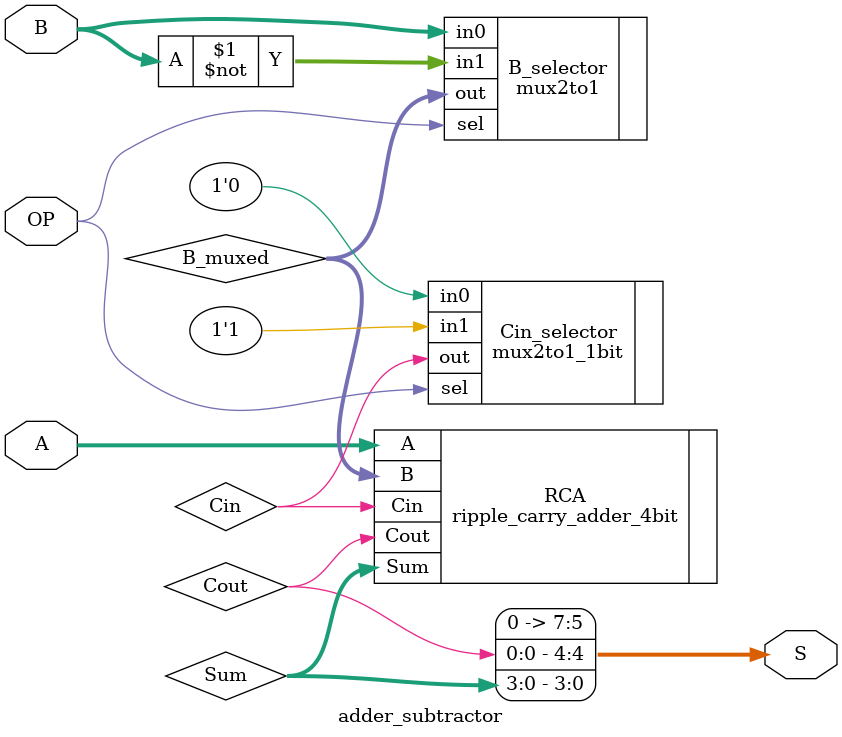
<source format=v>
module adder_subtractor (
    input [3:0] A,
    input [3:0] B,
    input OP,  // 0 = add, 1 = subtract
    output [7:0] S
);

    wire [3:0] B_muxed;
    wire [3:0] Sum;
    wire Cout;
    wire Cin;

    // Choose between B and ~B. So if OP value is 0 B_muxed will be B and if its 1(subtraction) it will be ~B 
    mux2to1 B_selector (
        .in0(B),
        .in1(~B),
        .sel(OP),
        .out(B_muxed)
    );

    // Choose Cin = 0 (add) or 1 (sub)
    mux2to1_1bit Cin_selector (
        .in0(1'b0),
        .in1(1'b1),
        .sel(OP),
        .out(Cin)
    );

    // Perform the actual addition/subtraction
    ripple_carry_adder_4bit RCA (
        .A(A),
        .B(B_muxed),
        .Cin(Cin),
        .Sum(Sum),
        .Cout(Cout)
    );

    // Output: pad 3 zeros, then Cout and Sum
    assign S = {3'b000, Cout, Sum};

endmodule


</source>
